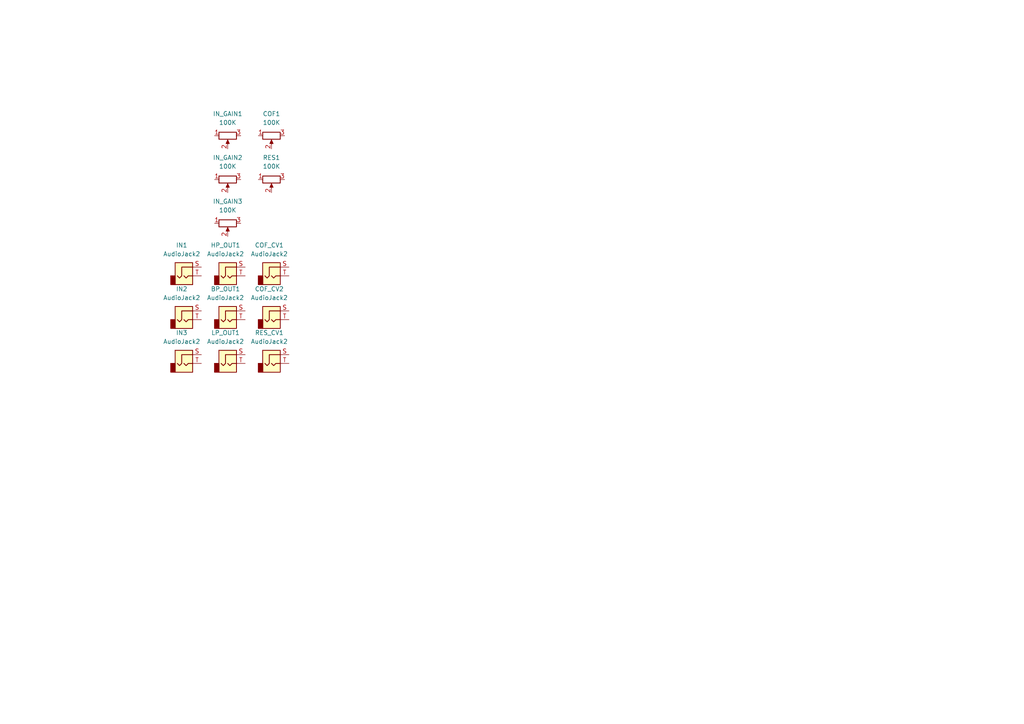
<source format=kicad_sch>
(kicad_sch (version 20230121) (generator eeschema)
  (paper "A4")
  (lib_symbols
    (symbol "Connector-github:AudioJack2"
      (property "Reference" "J" (at 0 8.89 0))
      (property "Value" "AudioJack2" (at 0 6.35 0))
      (symbol "AudioJack2_0_1"
        (rectangle (start -3.81 0) (end -2.54 -2.54) (stroke (width 0.254)) (fill (type outline)))
        (rectangle (start -2.54 3.81) (end 2.54 -2.54) (stroke (width 0.254)) (fill (type background)))
        (polyline (pts (xy 0 0) (xy 0.635 -0.635) (xy 1.27 0) (xy 2.54 0)) (stroke (width 0.254)))
        (polyline (pts (xy 2.54 2.54) (xy -0.635 2.54) (xy -0.635 0) (xy -1.27 -0.635) (xy -1.905 0)) (stroke (width 0.254)))
      )
      (symbol "AudioJack2_1_1"
        (pin passive line (at 5.08 2.54 180) (length 2.54) (name "~") (number "S"))
        (pin passive line (at 5.08 0 180) (length 2.54) (name "~") (number "T"))
      )
    )
    (symbol "Device:R_Potentiometer" (pin_names (offset 1.016) hide)
      (property "Reference" "RV" (at -4.445 0 90))
      (property "Value" "R_Potentiometer" (at -2.54 0 90))
      (symbol "R_Potentiometer_0_1"
        (polyline (pts (xy 2.54 0) (xy 1.524 0)))
        (polyline (pts (xy 1.143 0) (xy 2.286 0.508) (xy 2.286 -0.508) (xy 1.143 0)) (fill (type outline)))
        (rectangle (start 1.016 2.54) (end -1.016 -2.54) (stroke (width 0.254)))
      )
      (symbol "R_Potentiometer_1_1"
        (pin passive line (at 0 3.81 270) (length 1.27) (name "1") (number "1"))
        (pin passive line (at 3.81 0 180) (length 1.27) (name "2") (number "2"))
        (pin passive line (at 0 -3.81 90) (length 1.27) (name "3") (number "3"))
      )
    )
  )
  (symbol (lib_id "Device:R_Potentiometer") (at 78.74 52.07 90) (mirror x) (unit 1)
    (property "Reference" "RES1" (at 78.74 45.72 90))
    (property "Value" "100K" (at 78.74 48.26 90))
    (property "Footprint" "Library:Potentiometer_Bourns_PTV09A-1_Single_Vertical-panel" (effects hide))
  )
  (symbol (lib_id "Device:R_Potentiometer") (at 66.04 52.07 90) (mirror x) (unit 1)
    (property "Reference" "IN_GAIN2" (at 66.04 45.72 90))
    (property "Value" "100K" (at 66.04 48.26 90))
    (property "Footprint" "Library:Potentiometer_Bourns_PTV09A-1_Single_Vertical-panel" (effects hide))
  )
  (symbol (lib_id "Device:R_Potentiometer") (at 66.04 64.77 90) (mirror x) (unit 1)
    (property "Reference" "IN_GAIN3" (at 66.04 58.42 90))
    (property "Value" "100K" (at 66.04 60.96 90))
    (property "Footprint" "Library:Potentiometer_Bourns_PTV09A-1_Single_Vertical-panel" (effects hide))
  )
  (symbol (lib_id "Connector-github:AudioJack2") (at 53.34 92.71 0) (unit 1)
    (property "Reference" "IN2" (at 52.705 83.82 0))
    (property "Value" "AudioJack2" (at 52.705 86.36 0))
    (property "Footprint" "Library:Jack_3.5mm_QingPu_WQP-PJ398SM_Vertical_CircularHoles-panel" (effects hide))
  )
  (symbol (lib_id "Device:R_Potentiometer") (at 66.04 39.37 90) (mirror x) (unit 1)
    (property "Reference" "IN_GAIN1" (at 66.04 33.02 90))
    (property "Value" "100K" (at 66.04 35.56 90))
    (property "Footprint" "Library:Potentiometer_Bourns_PTV09A-1_Single_Vertical-panel" (effects hide))
  )
  (symbol (lib_id "Connector-github:AudioJack2") (at 53.34 80.01 0) (unit 1)
    (property "Reference" "IN1" (at 52.705 71.12 0))
    (property "Value" "AudioJack2" (at 52.705 73.66 0))
    (property "Footprint" "Library:Jack_3.5mm_QingPu_WQP-PJ398SM_Vertical_CircularHoles-panel" (effects hide))
  )
  (symbol (lib_id "Connector-github:AudioJack2") (at 78.74 80.01 0) (unit 1)
    (property "Reference" "COF_CV1" (at 78.105 71.12 0))
    (property "Value" "AudioJack2" (at 78.105 73.66 0))
    (property "Footprint" "Library:Jack_3.5mm_QingPu_WQP-PJ398SM_Vertical_CircularHoles-panel" (effects hide))
  )
  (symbol (lib_id "Connector-github:AudioJack2") (at 78.74 92.71 0) (unit 1)
    (property "Reference" "COF_CV2" (at 78.105 83.82 0))
    (property "Value" "AudioJack2" (at 78.105 86.36 0))
    (property "Footprint" "Library:Jack_3.5mm_QingPu_WQP-PJ398SM_Vertical_CircularHoles-panel" (effects hide))
  )
  (symbol (lib_id "Connector-github:AudioJack2") (at 53.34 105.41 0) (unit 1)
    (property "Reference" "IN3" (at 52.705 96.52 0))
    (property "Value" "AudioJack2" (at 52.705 99.06 0))
    (property "Footprint" "Library:Jack_3.5mm_QingPu_WQP-PJ398SM_Vertical_CircularHoles-panel" (effects hide))
  )
  (symbol (lib_id "Connector-github:AudioJack2") (at 66.04 92.71 0) (unit 1)
    (property "Reference" "BP_OUT1" (at 65.405 83.82 0))
    (property "Value" "AudioJack2" (at 65.405 86.36 0))
    (property "Footprint" "Library:Jack_3.5mm_QingPu_WQP-PJ398SM_Vertical_CircularHoles-panel" (effects hide))
  )
  (symbol (lib_id "Connector-github:AudioJack2") (at 66.04 105.41 0) (unit 1)
    (property "Reference" "LP_OUT1" (at 65.405 96.52 0))
    (property "Value" "AudioJack2" (at 65.405 99.06 0))
    (property "Footprint" "Library:Jack_3.5mm_QingPu_WQP-PJ398SM_Vertical_CircularHoles-panel" (effects hide))
  )
  (symbol (lib_id "Connector-github:AudioJack2") (at 66.04 80.01 0) (unit 1)
    (property "Reference" "HP_OUT1" (at 65.405 71.12 0))
    (property "Value" "AudioJack2" (at 65.405 73.66 0))
    (property "Footprint" "Library:Jack_3.5mm_QingPu_WQP-PJ398SM_Vertical_CircularHoles-panel" (effects hide))
  )
  (symbol (lib_id "Connector-github:AudioJack2") (at 78.74 105.41 0) (unit 1)
    (property "Reference" "RES_CV1" (at 78.105 96.52 0))
    (property "Value" "AudioJack2" (at 78.105 99.06 0))
    (property "Footprint" "Library:Jack_3.5mm_QingPu_WQP-PJ398SM_Vertical_CircularHoles-panel" (effects hide))
  )
  (symbol (lib_id "Device:R_Potentiometer") (at 78.74 39.37 90) (mirror x) (unit 1)
    (property "Reference" "COF1" (at 78.74 33.02 90))
    (property "Value" "100K" (at 78.74 35.56 90))
    (property "Footprint" "Library:Potentiometer_Bourns_PTV09A-1_Single_Vertical-panel" (effects hide))
  )
)
</source>
